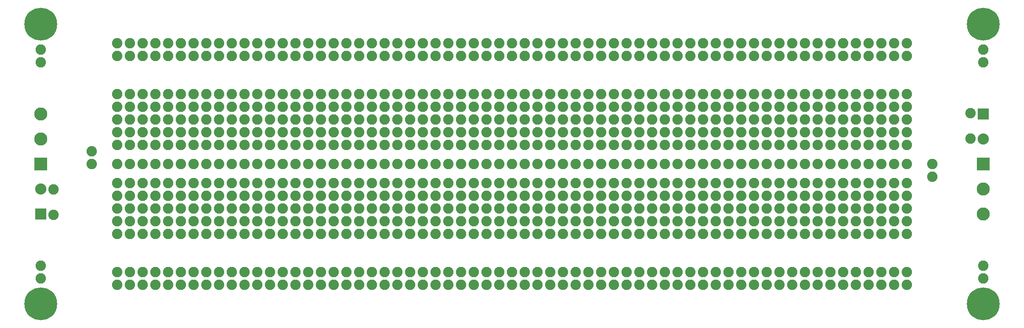
<source format=gbr>
G04 EAGLE Gerber RS-274X export*
G75*
%MOMM*%
%FSLAX34Y34*%
%LPD*%
%INSoldermask Top*%
%IPPOS*%
%AMOC8*
5,1,8,0,0,1.08239X$1,22.5*%
G01*
%ADD10C,6.553200*%
%ADD11C,2.082800*%
%ADD12R,2.616200X2.616200*%
%ADD13C,2.616200*%
%ADD14R,2.235200X2.235200*%
%ADD15C,2.235200*%


D10*
X38100Y38100D03*
X38100Y596900D03*
X1917700Y38100D03*
X1917700Y596900D03*
D11*
X317500Y177800D03*
X317500Y203200D03*
X317500Y228600D03*
X317500Y254000D03*
X317500Y279400D03*
X190500Y177800D03*
X190500Y203200D03*
X190500Y228600D03*
X190500Y254000D03*
X190500Y279400D03*
X215900Y177800D03*
X215900Y203200D03*
X215900Y228600D03*
X215900Y254000D03*
X215900Y279400D03*
X241300Y177800D03*
X241300Y203200D03*
X241300Y228600D03*
X241300Y254000D03*
X241300Y279400D03*
X266700Y177800D03*
X266700Y203200D03*
X266700Y228600D03*
X266700Y254000D03*
X266700Y279400D03*
X292100Y177800D03*
X292100Y203200D03*
X292100Y228600D03*
X292100Y254000D03*
X292100Y279400D03*
X342900Y177800D03*
X342900Y203200D03*
X342900Y228600D03*
X342900Y254000D03*
X342900Y279400D03*
X368300Y177800D03*
X368300Y203200D03*
X368300Y228600D03*
X368300Y254000D03*
X368300Y279400D03*
X393700Y177800D03*
X393700Y203200D03*
X393700Y228600D03*
X393700Y254000D03*
X393700Y279400D03*
X419100Y177800D03*
X419100Y203200D03*
X419100Y228600D03*
X419100Y254000D03*
X419100Y279400D03*
X444500Y177800D03*
X444500Y203200D03*
X444500Y228600D03*
X444500Y254000D03*
X444500Y279400D03*
X469900Y177800D03*
X469900Y203200D03*
X469900Y228600D03*
X469900Y254000D03*
X469900Y279400D03*
X495300Y177800D03*
X495300Y203200D03*
X495300Y228600D03*
X495300Y254000D03*
X495300Y279400D03*
X520700Y177800D03*
X520700Y203200D03*
X520700Y228600D03*
X520700Y254000D03*
X520700Y279400D03*
X546100Y177800D03*
X546100Y203200D03*
X546100Y228600D03*
X546100Y254000D03*
X546100Y279400D03*
X571500Y177800D03*
X571500Y203200D03*
X571500Y228600D03*
X571500Y254000D03*
X571500Y279400D03*
X596900Y177800D03*
X596900Y203200D03*
X596900Y228600D03*
X596900Y254000D03*
X596900Y279400D03*
X622300Y177800D03*
X622300Y203200D03*
X622300Y228600D03*
X622300Y254000D03*
X622300Y279400D03*
X647700Y177800D03*
X647700Y203200D03*
X647700Y228600D03*
X647700Y254000D03*
X647700Y279400D03*
X673100Y177800D03*
X673100Y203200D03*
X673100Y228600D03*
X673100Y254000D03*
X673100Y279400D03*
X698500Y177800D03*
X698500Y203200D03*
X698500Y228600D03*
X698500Y254000D03*
X698500Y279400D03*
X723900Y177800D03*
X723900Y203200D03*
X723900Y228600D03*
X723900Y254000D03*
X723900Y279400D03*
X749300Y177800D03*
X749300Y203200D03*
X749300Y228600D03*
X749300Y254000D03*
X749300Y279400D03*
X774700Y177800D03*
X774700Y203200D03*
X774700Y228600D03*
X774700Y254000D03*
X774700Y279400D03*
X800100Y177800D03*
X800100Y203200D03*
X800100Y228600D03*
X800100Y254000D03*
X800100Y279400D03*
X825500Y177800D03*
X825500Y203200D03*
X825500Y228600D03*
X825500Y254000D03*
X825500Y279400D03*
X850900Y177800D03*
X850900Y203200D03*
X850900Y228600D03*
X850900Y254000D03*
X850900Y279400D03*
X876300Y177800D03*
X876300Y203200D03*
X876300Y228600D03*
X876300Y254000D03*
X876300Y279400D03*
X901700Y177800D03*
X901700Y203200D03*
X901700Y228600D03*
X901700Y254000D03*
X901700Y279400D03*
X927100Y177800D03*
X927100Y203200D03*
X927100Y228600D03*
X927100Y254000D03*
X927100Y279400D03*
X190500Y355600D03*
X190500Y381000D03*
X190500Y406400D03*
X190500Y431800D03*
X190500Y457200D03*
X215900Y355600D03*
X215900Y381000D03*
X215900Y406400D03*
X215900Y431800D03*
X215900Y457200D03*
X241300Y355600D03*
X241300Y381000D03*
X241300Y406400D03*
X241300Y431800D03*
X241300Y457200D03*
X266700Y355600D03*
X266700Y381000D03*
X266700Y406400D03*
X266700Y431800D03*
X266700Y457200D03*
X292100Y355600D03*
X292100Y381000D03*
X292100Y406400D03*
X292100Y431800D03*
X292100Y457200D03*
X317500Y355600D03*
X317500Y381000D03*
X317500Y406400D03*
X317500Y431800D03*
X317500Y457200D03*
X342900Y355600D03*
X342900Y381000D03*
X342900Y406400D03*
X342900Y431800D03*
X342900Y457200D03*
X368300Y355600D03*
X368300Y381000D03*
X368300Y406400D03*
X368300Y431800D03*
X368300Y457200D03*
X393700Y355600D03*
X393700Y381000D03*
X393700Y406400D03*
X393700Y431800D03*
X393700Y457200D03*
X419100Y355600D03*
X419100Y381000D03*
X419100Y406400D03*
X419100Y431800D03*
X419100Y457200D03*
X444500Y355600D03*
X444500Y381000D03*
X444500Y406400D03*
X444500Y431800D03*
X444500Y457200D03*
X495300Y355600D03*
X495300Y381000D03*
X495300Y406400D03*
X495300Y431800D03*
X495300Y457200D03*
X469900Y355600D03*
X469900Y381000D03*
X469900Y406400D03*
X469900Y431800D03*
X469900Y457200D03*
X520700Y355600D03*
X520700Y381000D03*
X520700Y406400D03*
X520700Y431800D03*
X520700Y457200D03*
X546100Y355600D03*
X546100Y381000D03*
X546100Y406400D03*
X546100Y431800D03*
X546100Y457200D03*
X571500Y355600D03*
X571500Y381000D03*
X571500Y406400D03*
X571500Y431800D03*
X571500Y457200D03*
X596900Y355600D03*
X596900Y381000D03*
X596900Y406400D03*
X596900Y431800D03*
X596900Y457200D03*
X622300Y355600D03*
X622300Y381000D03*
X622300Y406400D03*
X622300Y431800D03*
X622300Y457200D03*
X647700Y355600D03*
X647700Y381000D03*
X647700Y406400D03*
X647700Y431800D03*
X647700Y457200D03*
X673100Y355600D03*
X673100Y381000D03*
X673100Y406400D03*
X673100Y431800D03*
X673100Y457200D03*
X698500Y355600D03*
X698500Y381000D03*
X698500Y406400D03*
X698500Y431800D03*
X698500Y457200D03*
X723900Y355600D03*
X723900Y381000D03*
X723900Y406400D03*
X723900Y431800D03*
X723900Y457200D03*
X749300Y355600D03*
X749300Y381000D03*
X749300Y406400D03*
X749300Y431800D03*
X749300Y457200D03*
X774700Y355600D03*
X774700Y381000D03*
X774700Y406400D03*
X774700Y431800D03*
X774700Y457200D03*
X800100Y355600D03*
X800100Y381000D03*
X800100Y406400D03*
X800100Y431800D03*
X800100Y457200D03*
X825500Y355600D03*
X825500Y381000D03*
X825500Y406400D03*
X825500Y431800D03*
X825500Y457200D03*
X850900Y355600D03*
X850900Y381000D03*
X850900Y406400D03*
X850900Y431800D03*
X850900Y457200D03*
X876300Y355600D03*
X876300Y381000D03*
X876300Y406400D03*
X876300Y431800D03*
X876300Y457200D03*
X901700Y355600D03*
X901700Y381000D03*
X901700Y406400D03*
X901700Y431800D03*
X901700Y457200D03*
X927100Y355600D03*
X927100Y381000D03*
X927100Y406400D03*
X927100Y431800D03*
X927100Y457200D03*
X190500Y558800D03*
X215900Y558800D03*
X241300Y558800D03*
X266700Y558800D03*
X292100Y558800D03*
X317500Y558800D03*
X342900Y558800D03*
X368300Y558800D03*
X393700Y558800D03*
X419100Y558800D03*
X444500Y558800D03*
X469900Y558800D03*
X495300Y558800D03*
X520700Y558800D03*
X546100Y558800D03*
X571500Y558800D03*
X596900Y558800D03*
X622300Y558800D03*
X647700Y558800D03*
X673100Y558800D03*
X698500Y558800D03*
X723900Y558800D03*
X749300Y558800D03*
X774700Y558800D03*
X800100Y558800D03*
X825500Y558800D03*
X850900Y558800D03*
X876300Y558800D03*
X901700Y558800D03*
X190500Y533400D03*
X215900Y533400D03*
X241300Y533400D03*
X266700Y533400D03*
X292100Y533400D03*
X317500Y533400D03*
X342900Y533400D03*
X368300Y533400D03*
X393700Y533400D03*
X419100Y533400D03*
X444500Y533400D03*
X469900Y533400D03*
X495300Y533400D03*
X520700Y533400D03*
X546100Y533400D03*
X571500Y533400D03*
X596900Y533400D03*
X622300Y533400D03*
X647700Y533400D03*
X673100Y533400D03*
X698500Y533400D03*
X723900Y533400D03*
X749300Y533400D03*
X774700Y533400D03*
X800100Y533400D03*
X825500Y533400D03*
X850900Y533400D03*
X876300Y533400D03*
X901700Y533400D03*
X190500Y101600D03*
X215900Y101600D03*
X241300Y101600D03*
X266700Y101600D03*
X292100Y101600D03*
X317500Y101600D03*
X342900Y101600D03*
X368300Y101600D03*
X393700Y101600D03*
X419100Y101600D03*
X444500Y101600D03*
X469900Y101600D03*
X495300Y101600D03*
X520700Y101600D03*
X546100Y101600D03*
X571500Y101600D03*
X596900Y101600D03*
X622300Y101600D03*
X647700Y101600D03*
X673100Y101600D03*
X698500Y101600D03*
X723900Y101600D03*
X749300Y101600D03*
X774700Y101600D03*
X800100Y101600D03*
X825500Y101600D03*
X850900Y101600D03*
X876300Y101600D03*
X901700Y101600D03*
X190500Y76200D03*
X215900Y76200D03*
X241300Y76200D03*
X266700Y76200D03*
X292100Y76200D03*
X317500Y76200D03*
X342900Y76200D03*
X368300Y76200D03*
X393700Y76200D03*
X419100Y76200D03*
X444500Y76200D03*
X469900Y76200D03*
X495300Y76200D03*
X520700Y76200D03*
X546100Y76200D03*
X571500Y76200D03*
X596900Y76200D03*
X622300Y76200D03*
X647700Y76200D03*
X673100Y76200D03*
X698500Y76200D03*
X723900Y76200D03*
X749300Y76200D03*
X774700Y76200D03*
X800100Y76200D03*
X825500Y76200D03*
X850900Y76200D03*
X876300Y76200D03*
X901700Y76200D03*
X952500Y355600D03*
X952500Y381000D03*
X952500Y406400D03*
X952500Y431800D03*
X952500Y457200D03*
X1003300Y177800D03*
X1003300Y203200D03*
X1003300Y228600D03*
X1003300Y254000D03*
X1003300Y279400D03*
X1028700Y355600D03*
X1028700Y381000D03*
X1028700Y406400D03*
X1028700Y431800D03*
X1028700Y457200D03*
X977900Y355600D03*
X977900Y381000D03*
X977900Y406400D03*
X977900Y431800D03*
X977900Y457200D03*
X1028700Y177800D03*
X1028700Y203200D03*
X1028700Y228600D03*
X1028700Y254000D03*
X1028700Y279400D03*
X1181100Y177800D03*
X1181100Y203200D03*
X1181100Y228600D03*
X1181100Y254000D03*
X1181100Y279400D03*
X977900Y177800D03*
X977900Y203200D03*
X977900Y228600D03*
X977900Y254000D03*
X977900Y279400D03*
X1003300Y355600D03*
X1003300Y381000D03*
X1003300Y406400D03*
X1003300Y431800D03*
X1003300Y457200D03*
X1054100Y177800D03*
X1054100Y203200D03*
X1054100Y228600D03*
X1054100Y254000D03*
X1054100Y279400D03*
X1054100Y355600D03*
X1054100Y381000D03*
X1054100Y406400D03*
X1054100Y431800D03*
X1054100Y457200D03*
X1079500Y355600D03*
X1079500Y381000D03*
X1079500Y406400D03*
X1079500Y431800D03*
X1079500Y457200D03*
X952500Y177800D03*
X952500Y203200D03*
X952500Y228600D03*
X952500Y254000D03*
X952500Y279400D03*
X1079500Y177800D03*
X1079500Y203200D03*
X1079500Y228600D03*
X1079500Y254000D03*
X1079500Y279400D03*
X1155700Y355600D03*
X1155700Y381000D03*
X1155700Y406400D03*
X1155700Y431800D03*
X1155700Y457200D03*
X1130300Y355600D03*
X1130300Y381000D03*
X1130300Y406400D03*
X1130300Y431800D03*
X1130300Y457200D03*
X1104900Y355600D03*
X1104900Y381000D03*
X1104900Y406400D03*
X1104900Y431800D03*
X1104900Y457200D03*
X1104900Y177800D03*
X1104900Y203200D03*
X1104900Y228600D03*
X1104900Y254000D03*
X1104900Y279400D03*
X1181100Y355600D03*
X1181100Y381000D03*
X1181100Y406400D03*
X1181100Y431800D03*
X1181100Y457200D03*
X1206500Y355600D03*
X1206500Y381000D03*
X1206500Y406400D03*
X1206500Y431800D03*
X1206500Y457200D03*
X1231900Y355600D03*
X1231900Y381000D03*
X1231900Y406400D03*
X1231900Y431800D03*
X1231900Y457200D03*
X1130300Y177800D03*
X1130300Y203200D03*
X1130300Y228600D03*
X1130300Y254000D03*
X1130300Y279400D03*
X1257300Y355600D03*
X1257300Y381000D03*
X1257300Y406400D03*
X1257300Y431800D03*
X1257300Y457200D03*
X1308100Y355600D03*
X1308100Y381000D03*
X1308100Y406400D03*
X1308100Y431800D03*
X1308100Y457200D03*
X1282700Y355600D03*
X1282700Y381000D03*
X1282700Y406400D03*
X1282700Y431800D03*
X1282700Y457200D03*
X1155700Y177800D03*
X1155700Y203200D03*
X1155700Y228600D03*
X1155700Y254000D03*
X1155700Y279400D03*
X1257300Y177800D03*
X1257300Y203200D03*
X1257300Y228600D03*
X1257300Y254000D03*
X1257300Y279400D03*
X1231900Y177800D03*
X1231900Y203200D03*
X1231900Y228600D03*
X1231900Y254000D03*
X1231900Y279400D03*
X1206500Y177800D03*
X1206500Y203200D03*
X1206500Y228600D03*
X1206500Y254000D03*
X1206500Y279400D03*
X1333500Y355600D03*
X1333500Y381000D03*
X1333500Y406400D03*
X1333500Y431800D03*
X1333500Y457200D03*
X1358900Y355600D03*
X1358900Y381000D03*
X1358900Y406400D03*
X1358900Y431800D03*
X1358900Y457200D03*
X1384300Y355600D03*
X1384300Y381000D03*
X1384300Y406400D03*
X1384300Y431800D03*
X1384300Y457200D03*
X1409700Y355600D03*
X1409700Y381000D03*
X1409700Y406400D03*
X1409700Y431800D03*
X1409700Y457200D03*
X1511300Y355600D03*
X1511300Y381000D03*
X1511300Y406400D03*
X1511300Y431800D03*
X1511300Y457200D03*
X1485900Y355600D03*
X1485900Y381000D03*
X1485900Y406400D03*
X1485900Y431800D03*
X1485900Y457200D03*
X1460500Y355600D03*
X1460500Y381000D03*
X1460500Y406400D03*
X1460500Y431800D03*
X1460500Y457200D03*
X1435100Y355600D03*
X1435100Y381000D03*
X1435100Y406400D03*
X1435100Y431800D03*
X1435100Y457200D03*
X1282700Y177800D03*
X1282700Y203200D03*
X1282700Y228600D03*
X1282700Y254000D03*
X1282700Y279400D03*
X1308100Y177800D03*
X1308100Y203200D03*
X1308100Y228600D03*
X1308100Y254000D03*
X1308100Y279400D03*
X1333500Y177800D03*
X1333500Y203200D03*
X1333500Y228600D03*
X1333500Y254000D03*
X1333500Y279400D03*
X1358900Y177800D03*
X1358900Y203200D03*
X1358900Y228600D03*
X1358900Y254000D03*
X1358900Y279400D03*
X1536700Y355600D03*
X1536700Y381000D03*
X1536700Y406400D03*
X1536700Y431800D03*
X1536700Y457200D03*
X1562100Y355600D03*
X1562100Y381000D03*
X1562100Y406400D03*
X1562100Y431800D03*
X1562100Y457200D03*
X1587500Y355600D03*
X1587500Y381000D03*
X1587500Y406400D03*
X1587500Y431800D03*
X1587500Y457200D03*
X1612900Y355600D03*
X1612900Y381000D03*
X1612900Y406400D03*
X1612900Y431800D03*
X1612900Y457200D03*
X1384300Y177800D03*
X1384300Y203200D03*
X1384300Y228600D03*
X1384300Y254000D03*
X1384300Y279400D03*
X1409700Y177800D03*
X1409700Y203200D03*
X1409700Y228600D03*
X1409700Y254000D03*
X1409700Y279400D03*
X1435100Y177800D03*
X1435100Y203200D03*
X1435100Y228600D03*
X1435100Y254000D03*
X1435100Y279400D03*
X1485900Y177800D03*
X1485900Y203200D03*
X1485900Y228600D03*
X1485900Y254000D03*
X1485900Y279400D03*
X1536700Y177800D03*
X1536700Y203200D03*
X1536700Y228600D03*
X1536700Y254000D03*
X1536700Y279400D03*
X1587500Y177800D03*
X1587500Y203200D03*
X1587500Y228600D03*
X1587500Y254000D03*
X1587500Y279400D03*
X1612900Y177800D03*
X1612900Y203200D03*
X1612900Y228600D03*
X1612900Y254000D03*
X1612900Y279400D03*
X1460500Y177800D03*
X1460500Y203200D03*
X1460500Y228600D03*
X1460500Y254000D03*
X1460500Y279400D03*
X1511300Y177800D03*
X1511300Y203200D03*
X1511300Y228600D03*
X1511300Y254000D03*
X1511300Y279400D03*
X1562100Y177800D03*
X1562100Y203200D03*
X1562100Y228600D03*
X1562100Y254000D03*
X1562100Y279400D03*
X1638300Y177800D03*
X1638300Y203200D03*
X1638300Y228600D03*
X1638300Y254000D03*
X1638300Y279400D03*
X1638300Y355600D03*
X1638300Y381000D03*
X1638300Y406400D03*
X1638300Y431800D03*
X1638300Y457200D03*
X1689100Y355600D03*
X1689100Y381000D03*
X1689100Y406400D03*
X1689100Y431800D03*
X1689100Y457200D03*
X1689100Y177800D03*
X1689100Y203200D03*
X1689100Y228600D03*
X1689100Y254000D03*
X1689100Y279400D03*
X1663700Y355600D03*
X1663700Y381000D03*
X1663700Y406400D03*
X1663700Y431800D03*
X1663700Y457200D03*
X1663700Y177800D03*
X1663700Y203200D03*
X1663700Y228600D03*
X1663700Y254000D03*
X1663700Y279400D03*
X927100Y558800D03*
X952500Y558800D03*
X977900Y558800D03*
X1003300Y558800D03*
X1028700Y558800D03*
X1054100Y558800D03*
X1079500Y558800D03*
X1104900Y558800D03*
X1130300Y558800D03*
X1155700Y558800D03*
X1181100Y558800D03*
X1206500Y558800D03*
X1231900Y558800D03*
X1257300Y558800D03*
X1282700Y558800D03*
X1308100Y558800D03*
X1333500Y558800D03*
X1358900Y558800D03*
X1384300Y558800D03*
X1409700Y558800D03*
X1435100Y558800D03*
X1460500Y558800D03*
X1485900Y558800D03*
X1511300Y558800D03*
X1536700Y558800D03*
X1562100Y558800D03*
X1587500Y558800D03*
X1612900Y558800D03*
X1638300Y558800D03*
X927100Y533400D03*
X952500Y533400D03*
X977900Y533400D03*
X1003300Y533400D03*
X1028700Y533400D03*
X1054100Y533400D03*
X1079500Y533400D03*
X1104900Y533400D03*
X1130300Y533400D03*
X1155700Y533400D03*
X1181100Y533400D03*
X1206500Y533400D03*
X1231900Y533400D03*
X1257300Y533400D03*
X1282700Y533400D03*
X1308100Y533400D03*
X1333500Y533400D03*
X1358900Y533400D03*
X1384300Y533400D03*
X1409700Y533400D03*
X1435100Y533400D03*
X1460500Y533400D03*
X1485900Y533400D03*
X1511300Y533400D03*
X1536700Y533400D03*
X1562100Y533400D03*
X1587500Y533400D03*
X1612900Y533400D03*
X1638300Y533400D03*
X1663700Y533400D03*
X1689100Y533400D03*
X1714500Y533400D03*
X1739900Y533400D03*
X1765300Y533400D03*
X1663700Y558800D03*
X1689100Y558800D03*
X1714500Y558800D03*
X1739900Y558800D03*
X1765300Y558800D03*
X927100Y101600D03*
X952500Y101600D03*
X977900Y101600D03*
X1003300Y101600D03*
X1028700Y101600D03*
X1054100Y101600D03*
X1079500Y101600D03*
X1104900Y101600D03*
X1130300Y101600D03*
X1155700Y101600D03*
X1181100Y101600D03*
X1206500Y101600D03*
X1231900Y101600D03*
X1257300Y101600D03*
X1282700Y101600D03*
X1308100Y101600D03*
X1333500Y101600D03*
X1358900Y101600D03*
X1384300Y101600D03*
X1409700Y101600D03*
X1435100Y101600D03*
X1460500Y101600D03*
X1485900Y101600D03*
X1511300Y101600D03*
X1536700Y101600D03*
X1562100Y101600D03*
X1587500Y101600D03*
X1612900Y101600D03*
X1638300Y101600D03*
X927100Y76200D03*
X952500Y76200D03*
X977900Y76200D03*
X1003300Y76200D03*
X1028700Y76200D03*
X1054100Y76200D03*
X1079500Y76200D03*
X1104900Y76200D03*
X1130300Y76200D03*
X1155700Y76200D03*
X1181100Y76200D03*
X1206500Y76200D03*
X1231900Y76200D03*
X1257300Y76200D03*
X1282700Y76200D03*
X1308100Y76200D03*
X1333500Y76200D03*
X1358900Y76200D03*
X1384300Y76200D03*
X1409700Y76200D03*
X1435100Y76200D03*
X1460500Y76200D03*
X1485900Y76200D03*
X1511300Y76200D03*
X1536700Y76200D03*
X1562100Y76200D03*
X1587500Y76200D03*
X1612900Y76200D03*
X1638300Y76200D03*
X1663700Y76200D03*
X1689100Y76200D03*
X1714500Y76200D03*
X1739900Y76200D03*
X1765300Y76200D03*
X1663700Y101600D03*
X1689100Y101600D03*
X1714500Y101600D03*
X1739900Y101600D03*
X1765300Y101600D03*
X190500Y317500D03*
X215900Y317500D03*
X241300Y317500D03*
X266700Y317500D03*
X292100Y317500D03*
X317500Y317500D03*
X342900Y317500D03*
X368300Y317500D03*
X393700Y317500D03*
X419100Y317500D03*
X444500Y317500D03*
X469900Y317500D03*
X495300Y317500D03*
X520700Y317500D03*
X546100Y317500D03*
X571500Y317500D03*
X596900Y317500D03*
X622300Y317500D03*
X647700Y317500D03*
X673100Y317500D03*
X698500Y317500D03*
X723900Y317500D03*
X749300Y317500D03*
X774700Y317500D03*
X800100Y317500D03*
X825500Y317500D03*
X850900Y317500D03*
X876300Y317500D03*
X901700Y317500D03*
X927100Y317500D03*
X952500Y317500D03*
X977900Y317500D03*
X1003300Y317500D03*
X1028700Y317500D03*
X1054100Y317500D03*
X1079500Y317500D03*
X1104900Y317500D03*
X1130300Y317500D03*
X1155700Y317500D03*
X1181100Y317500D03*
X1206500Y317500D03*
X1231900Y317500D03*
X1257300Y317500D03*
X1282700Y317500D03*
X1308100Y317500D03*
X1333500Y317500D03*
X1358900Y317500D03*
X1384300Y317500D03*
X1409700Y317500D03*
X1435100Y317500D03*
X1460500Y317500D03*
X1485900Y317500D03*
X1511300Y317500D03*
X1536700Y317500D03*
X1562100Y317500D03*
X1587500Y317500D03*
X1612900Y317500D03*
X1638300Y317500D03*
X1663700Y317500D03*
X1689100Y317500D03*
X1714500Y317500D03*
X1739900Y317500D03*
X1765300Y317500D03*
X1714500Y355600D03*
X1714500Y381000D03*
X1714500Y406400D03*
X1714500Y431800D03*
X1714500Y457200D03*
X1739900Y355600D03*
X1739900Y381000D03*
X1739900Y406400D03*
X1739900Y431800D03*
X1739900Y457200D03*
X1765300Y355600D03*
X1765300Y381000D03*
X1765300Y406400D03*
X1765300Y431800D03*
X1765300Y457200D03*
X1714500Y177800D03*
X1714500Y203200D03*
X1714500Y228600D03*
X1714500Y254000D03*
X1714500Y279400D03*
X1739900Y177800D03*
X1739900Y203200D03*
X1739900Y228600D03*
X1739900Y254000D03*
X1739900Y279400D03*
X1765300Y177800D03*
X1765300Y203200D03*
X1765300Y228600D03*
X1765300Y254000D03*
X1765300Y279400D03*
D12*
X38100Y317500D03*
D13*
X38100Y367500D03*
X38100Y417500D03*
D12*
X1917700Y317500D03*
D13*
X1917700Y267500D03*
X1917700Y217500D03*
D14*
X1917700Y417500D03*
D15*
X1917700Y367500D03*
D14*
X38100Y217500D03*
D15*
X38100Y267500D03*
D11*
X38100Y520700D03*
X38100Y546100D03*
X38100Y114300D03*
X38100Y88900D03*
X1917700Y88900D03*
X1917700Y114300D03*
X1917700Y546100D03*
X1917700Y520700D03*
X139700Y342900D03*
X139700Y317500D03*
X1816100Y317500D03*
X1816100Y292100D03*
X63500Y215900D03*
X63500Y266700D03*
X1892300Y419100D03*
X1892300Y368300D03*
M02*

</source>
